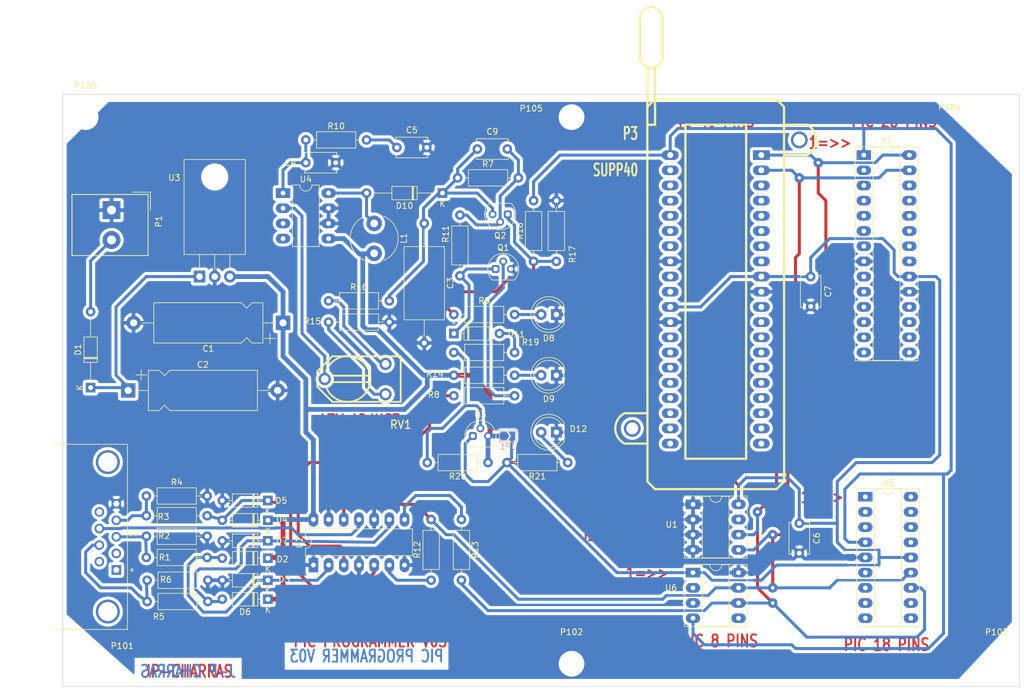
<source format=kicad_pcb>
(kicad_pcb (version 20220427) (generator pcbnew)
  (title_block (title "SERIAL PIC PROGRAMMER"))
  (layers (0 "F.Cu" signal "top_layer") (31 "B.Cu" signal "bottom_layer") (34 "B.Paste" user) (35 "F.Paste" user) (36 "B.SilkS" user "B.Silkscreen") (37 "F.SilkS" user "F.Silkscreen") (38 "B.Mask" user) (39 "F.Mask" user) (44 "Edge.Cuts" user))
  (net 0 "")
  (net 1 "/PC-CLOCK-OUT")
  (net 2 "GND")
  (net 3 "Net-(C2-Pad1)")
  (net 4 "Net-(C4-Pad1)")
  (net 5 "Net-(C5-Pad1)")
  (net 6 "Net-(C9-Pad2)")
  (net 7 "Net-(D11-Pad1)")
  (net 8 "Net-(D11-Pad2)")
  (net 9 "Net-(Q1-Pad2)")
  (net 10 "Net-(Q3-Pad2)")
  (net 11 "Net-(R12-Pad1)")
  (net 12 "Net-(R13-Pad1)")
  (net 13 "Net-(R15-Pad1)")
  (net 14 "Net-(R16-Pad1)")
  (net 15 "Net-(R8-Pad1)")
  (net 16 "Net-(RV1-Pad2)")
  (net 17 "VCC")
  (net 18 "VPP")
  (net 19 "Net-(D1-Pad2)")
  (net 20 "Net-(D4-Pad2)")
  (net 21 "Net-(D8-Pad2)")
  (net 22 "Net-(D9-Pad2)")
  (net 23 "Net-(D12-Pad2)")
  (net 24 "/pic_sockets/VCC_PIC")
  (net 25 "/CLOCK-RB6")
  (net 26 "/DATA-RB7")
  (net 27 "Net-(D2-Pad2)")
  (net 28 "Net-(D6-Pad2)")
  (net 29 "Net-(D10-Pad2)")
  (net 31 "/PC-DATA-IN")
  (net 32 "/PC-DATA-OUT")
  (net 33 "/VPP_ON")
  (net 34 "Net-(Q2-Pad1)")
  (net 38 "/VPP{slash}MCLR")
  (footprint "Capacitor_THT:CP_Axial_L18.0mm_D6.5mm_P25.00mm_Horizontal" (layer "F.Cu") (at 110.49 78.867 180)
    (fp_text reference "C1")
    (fp_text value "100µF")
  )
  (footprint "Capacitor_THT:CP_Axial_L18.0mm_D6.5mm_P25.00mm_Horizontal" (layer "F.Cu") (at 84.582 90.17)
    (fp_text reference "C2")
    (fp_text value "220uF")
  )
  (footprint "MountingHole:MountingHole_4.3mm_M4" (layer "F.Cu") (at 77.47 135.89)
    (fp_text reference "P101")
    (fp_text value "CONN_1")
  )
  (footprint "MountingHole:MountingHole_4.3mm_M4" (layer "F.Cu") (at 158.75 135.89)
    (fp_text reference "P102")
    (fp_text value "CONN_1")
  )
  (footprint "MountingHole:MountingHole_4.3mm_M4" (layer "F.Cu") (at 229.87 135.89)
    (fp_text reference "P103")
    (fp_text value "CONN_1")
  )
  (footprint "MountingHole:MountingHole_4.3mm_M4" (layer "F.Cu") (at 229.87 44.45)
    (fp_text reference "P104")
    (fp_text value "CONN_1")
  )
  (footprint "MountingHole:MountingHole_4.3mm_M4" (layer "F.Cu") (at 158.75 44.45)
    (fp_text reference "P105")
    (fp_text value "CONN_1")
  )
  (footprint "MountingHole:MountingHole_4.3mm_M4" (layer "F.Cu") (at 77.47 44.45)
    (fp_text reference "P106")
    (fp_text value "CONN_1")
  )
  (footprint "footprints:40tex-Ell600" (layer "F.Cu") (at 175.26 50.8)
    (fp_text reference "P3")
    (fp_text value "SUPP40")
  )
  (footprint "Package_DIP:DIP-8_W7.62mm_Socket_LongPads" (layer "F.Cu") (at 179.07 120.65)
    (fp_text reference "U6")
    (fp_text value "PIC_8_PINS")
  )
  (footprint "Package_DIP:DIP-8_W7.62mm_Socket_LongPads" (layer "F.Cu") (at 179.07 109.22)
    (fp_text reference "U1")
    (fp_text value "24Cxx")
  )
  (footprint "Package_DIP:DIP-8_W7.62mm_LongPads" (layer "F.Cu") (at 110.49 57.15)
    (fp_text reference "U4")
    (fp_text value "LT1373")
  )
  (footprint "Package_DIP:DIP-28_W7.62mm_Socket_LongPads" (layer "F.Cu") (at 207.645 50.8)
    (fp_text reference "P2")
    (fp_text value "SUPP28")
  )
  (footprint "Package_DIP:DIP-18_W7.62mm_Socket_LongPads" (layer "F.Cu") (at 207.899 107.95)
    (fp_text reference "U5")
    (fp_text value "PIC_18_PINS")
  )
  (footprint "Package_DIP:DIP-14_W7.62mm_LongPads" (layer "F.Cu") (at 115.57 119.38 90)
    (fp_text reference "U2")
    (fp_text value "74HC125")
  )
  (footprint "Diode_THT:D_DO-35_SOD27_P7.62mm_Horizontal" (layer "F.Cu") (at 107.95 118.237 180)
    (fp_text reference "D2")
    (fp_text value "BAT43")
  )
  (footprint "Diode_THT:D_DO-35_SOD27_P7.62mm_Horizontal" (layer "F.Cu") (at 107.95 121.92 180)
    (fp_text reference "D3")
    (fp_text value "BAT43")
  )
  (footprint "Diode_THT:D_DO-35_SOD27_P7.62mm_Horizontal" (layer "F.Cu") (at 107.95 111.887 180)
    (fp_text reference "D4")
    (fp_text value "BAT43")
  )
  (footprint "Diode_THT:D_DO-35_SOD27_P7.62mm_Horizontal" (layer "F.Cu") (at 107.95 108.585 180)
    (fp_text reference "D5")
    (fp_text value "BAT43")
  )
  (footprint "Diode_THT:D_DO-35_SOD27_P7.62mm_Horizontal" (layer "F.Cu") (at 139.065 80.645)
    (fp_text reference "D11")
    (fp_text value "BAT43")
  )
  (footprint "Diode_THT:D_DO-35_SOD27_P7.62mm_Horizontal" (layer "F.Cu") (at 107.95 115.316 180)
    (fp_text reference "D7")
    (fp_text value "BAT43")
  )
  (footprint "Diode_THT:D_DO-35_SOD27_P7.62mm_Horizontal" (layer "F.Cu") (at 107.95 125.095 180)
    (fp_text reference "D6")
    (fp_text value "BAT43")
  )
  (footprint "Connector_Dsub:DSUB-9_Female_Horizontal_P2.77x2.84mm_EdgePinOffset7.70mm_Housed_MountingHolesOffset9.12mm" (layer "F.Cu") (at 82.6 120.2 -90)
    (fp_text reference "J1")
    (fp_text value "DB9-FEMAL")
  )
  (footprint "Package_TO_SOT_THT:TO-92" (layer "F.Cu") (at 142.24 97.79)
    (fp_text reference "Q3")
    (fp_text value "BC307")
  )
  (footprint "Package_TO_SOT_THT:TO-92" (layer "F.Cu") (at 148.082 60.706 180)
    (fp_text reference "Q2")
    (fp_text value "BC307")
  )
  (footprint "Package_TO_SOT_THT:TO-92" (layer "F.Cu") (at 146.05 69.85)
    (fp_text reference "Q1")
    (fp_text value "BC237")
  )
  (footprint "Resistor_THT:R_Axial_DIN0207_L6.3mm_D2.5mm_P10.16mm_Horizontal" (layer "F.Cu") (at 152.4 68.58 90)
    (fp_text reference "R18")
    (fp_text value "220")
  )
  (footprint "Resistor_THT:R_Axial_DIN0207_L6.3mm_D2.5mm_P10.16mm_Horizontal" (layer "F.Cu") (at 114.3 48.26)
    (fp_text reference "R10")
    (fp_text value "5,1K")
  )
  (footprint "Resistor_THT:R_Axial_DIN0207_L6.3mm_D2.5mm_P10.16mm_Horizontal" (layer "F.Cu") (at 139.065 77.47)
    (fp_text reference "R9")
    (fp_text value "2.2K")
  )
  (footprint "Resistor_THT:R_Axial_DIN0207_L6.3mm_D2.5mm_P10.16mm_Horizontal" (layer "F.Cu") (at 87.63 118.11)
    (fp_text reference "R1")
    (fp_text value "10K")
  )
  (footprint "Resistor_THT:R_Axial_DIN0207_L6.3mm_D2.5mm_P10.16mm_Horizontal" (layer "F.Cu") (at 87.63 114.554)
    (fp_text reference "R2")
    (fp_text value "10K")
  )
  (footprint "Resistor_THT:R_Axial_DIN0207_L6.3mm_D2.5mm_P10.16mm_Horizontal" (layer "F.Cu") (at 87.63 111.125)
    (fp_text reference "R3")
    (fp_text value "10K")
  )
  (footprint "Resistor_THT:R_Axial_DIN0207_L6.3mm_D2.5mm_P10.16mm_Horizontal" (layer "F.Cu") (at 87.63 107.823)
    (fp_text reference "R4")
    (fp_text value "10K")
  )
  (footprint "Resistor_THT:R_Axial_DIN0207_L6.3mm_D2.5mm_P10.16mm_Horizontal" (layer "F.Cu") (at 87.757 125.476)
    (fp_text reference "R5")
    (fp_text value "10K")
  )
  (footprint "Resistor_THT:R_Axial_DIN0207_L6.3mm_D2.5mm_P10.16mm_Horizontal" (layer "F.Cu") (at 139.7 54.61)
    (fp_text reference "R7")
    (fp_text value "10K")
  )
  (footprint "Resistor_THT:R_Axial_DIN0207_L6.3mm_D2.5mm_P10.16mm_Horizontal" (layer "F.Cu") (at 87.757 121.92)
    (fp_text reference "R6")
    (fp_text value "10K")
  )
  (footprint "Resistor_THT:R_Axial_DIN0207_L6.3mm_D2.5mm_P10.16mm_Horizontal" (layer "F.Cu") (at 158.115 102.235 180)
    (fp_text reference "R21")
    (fp_text value "470")
  )
  (footprint "Resistor_THT:R_Axial_DIN0207_L6.3mm_D2.5mm_P10.16mm_Horizontal" (layer "F.Cu") (at 144.78 102.235 180)
    (fp_text reference "R20")
    (fp_text value "2.2K")
  )
  (footprint "Resistor_THT:R_Axial_DIN0207_L6.3mm_D2.5mm_P10.16mm_Horizontal" (layer "F.Cu") (at 149.225 83.82 180)
    (fp_text reference "R19")
    (fp_text value "2.2K")
  )
  (footprint "Resistor_THT:R_Axial_DIN0207_L6.3mm_D2.5mm_P10.16mm_Horizontal" (layer "F.Cu") (at 156.21 68.58 90)
    (fp_text reference "R17")
    (fp_text value "22K")
  )
  (footprint "Resistor_THT:R_Axial_DIN0207_L6.3mm_D2.5mm_P10.16mm_Horizontal" (layer "F.Cu") (at 118.11 75.184)
    (fp_text reference "R16")
    (fp_text value "62K")
  )
  (footprint "Resistor_THT:R_Axial_DIN0207_L6.3mm_D2.5mm_P10.16mm_Horizontal" (layer "F.Cu") (at 118.11 78.74)
    (fp_text reference "R15")
    (fp_text value "6.2K")
  )
  (footprint "Resistor_THT:R_Axial_DIN0207_L6.3mm_D2.5mm_P10.16mm_Horizontal" (layer "F.Cu") (at 139.065 87.63)
    (fp_text reference "R14")
    (fp_text value "470")
  )
  (footprint "Resistor_THT:R_Axial_DIN0207_L6.3mm_D2.5mm_P10.16mm_Horizontal" (layer "F.Cu") (at 140.335 111.76 -90)
    (fp_text reference "R13")
    (fp_text value "470")
  )
  (footprint "Resistor_THT:R_Axial_DIN0207_L6.3mm_D2.5mm_P10.16mm_Horizontal" (layer "F.Cu") (at 139.065 91.059)
    (fp_text reference "R8")
    (fp_text value "1K")
  )
  (footprint "Resistor_THT:R_Axial_DIN0207_L6.3mm_D2.5mm_P10.16mm_Horizontal" (layer "F.Cu") (at 135.255 121.92 90)
    (fp_text reference "R12")
    (fp_text value "470")
  )
  (footprint "LED_THT:LED_D5.0mm" (layer "F.Cu") (at 156.21 77.47 180)
    (fp_text reference "D8")
    (fp_text value "RED-LED")
  )
  (footprint "LED_THT:LED_D5.0mm" (layer "F.Cu") (at 156.21 87.63 180)
    (fp_text reference "D9")
    (fp_text value "GREEN-LED")
  )
  (footprint "LED_THT:LED_D5.0mm" (layer "F.Cu") (at 156.21 97.155 180)
    (fp_text reference "D12")
    (fp_text value "YELLOW-LED")
  )
  (footprint "Capacitor_THT:C_Disc_D5.1mm_W3.2mm_P5.00mm" (layer "F.Cu") (at 114.3 52.07)
    (fp_text reference "C4")
    (fp_text value "0")
  )
  (footprint "Capacitor_THT:C_Disc_D5.1mm_W3.2mm_P5.00mm" (layer "F.Cu") (at 129.54 49.53)
    (fp_text reference "C5")
    (fp_text value "10nF")
  )
  (footprint "Capacitor_THT:C_Disc_D5.1mm_W3.2mm_P5.00mm" (layer "F.Cu") (at 198.755 71.12 -90)
    (fp_text reference "C7")
    (fp_text value "100nF")
  )
  (footprint "Capacitor_THT:C_Disc_D5.1mm_W3.2mm_P5.00mm" (layer "F.Cu") (at 143.002 49.784)
    (fp_text reference "C9")
    (fp_text value "220nF")
  )
  (footprint "Capacitor_THT:C_Disc_D5.1mm_W3.2mm_P5.00mm" (layer "F.Cu") (at 196.85 112.395 -90)
    (fp_text reference "C6")
    (fp_text value "100nF")
  )
  (footprint "Diode_THT:D_DO-35_SOD27_P12.70mm_Horizontal" (layer "F.Cu") (at 137.16 57.15 180)
    (fp_text reference "D10")
    (fp_text value "SCHOTTKY")
  )
  (footprint "footprints:RV2X4" (layer "F.Cu") (at 127.635 90.805 180)
    (fp_text reference "RV1")
    (fp_text value "1K")
  )
  (footprint "TerminalBlock_Altech:Altech_AK300_1x02_P5.00mm_45-Degree" (layer "F.Cu") (at 81.8 60 -90)
    (fp_text reference "P1")
    (fp_text value "CONN_2")
  )
  (footprint "Package_TO_SOT_THT:TO-220-3_Horizontal_TabDown" (layer "F.Cu") (at 96.52 71.12)
    (fp_text reference "U3")
    (fp_text value "7805")
  )
  (footprint "Resistor_THT:R_Axial_DIN0207_L6.3mm_D2.5mm_P10.16mm_Horizontal" (layer "F.Cu") (at 140.081 70.993 90)
    (fp_text reference "R11")
    (fp_text value "22K")
  )
  (footprint "Capacitor_THT:C_Axial_L12.0mm_D6.5mm_P20.00mm_Horizontal" (layer "F.Cu") (at 134.112 62.23 -90)
    (fp_text reference "C3")
    (fp_text value "22uF/25V")
  )
  (footprint "Inductor_THT:L_Radial_D7.8mm_P5.00mm_Fastron_07HCP" (layer "F.Cu") (at 125.73 62.23 -90)
    (fp_text reference "L1")
    (fp_text value "22uH")
  )
  (footprint "Diode_THT:D_DO-35_SOD27_P12.70mm_Horizontal" (layer "F.Cu") (at 78.3 89.7 90)
    (fp_text reference "D1")
    (fp_text value "1N4004")
  )
  (footprint "Jumper:SolderJumper-2_P1.3mm_Open_TrianglePad1.0x1.5mm" (layer "B.Cu") (at 148.082 97.79)
    (fp_text reference "JP1")
    (fp_text value "JUMPER")
  )
  (gr_line (start 73.66 139.7) (end 73.66 40.64) (stroke (width 0.1)) (layer "Edge.Cuts"))
  (gr_line (start 173.99 40.64) (end 233.68 40.64) (stroke (width 0.1)) (layer "Edge.Cuts"))
  (gr_line (start 73.66 40.64) (end 173.99 40.64) (stroke (width 0.1)) (layer "Edge.Cuts"))
  (gr_line (start 233.68 139.7) (end 73.66 139.7) (stroke (width 0.1)) (layer "Edge.Cuts"))
  (gr_line (start 233.68 40.64) (end 233.68 139.7) (stroke (width 0.1)) (layer "Edge.Cuts"))
  (gr_text "+8/12V" (at 81.5 55.5) (layer "F.Cu") (effects (font (size 2.032 1.524) (thickness 0.3048))))
  (gr_text "VCC ON" (at 162.9 99.1) (layer "F.Cu") (effects (font (size 2.032 1.524) (thickness 0.3048))))
  (gr_text "JP-CHARRAS" (at 94.615 137.16) (layer "F.Cu") (effects (font (size 2.032 1.524) (thickness 0.3048))))
  (gr_text "1=>>" (at 167.64 48.895) (layer "F.Cu") (effects (font (size 2.032 1.524) (thickness 0.3048))))
  (gr_text "PWR ON" (at 163.83 88.9) (layer "F.Cu") (effects (font (size 2.032 1.524) (thickness 0.3048))))
  (gr_text "PIC PROGRAMMER V03" (at 125.095 132.08) (layer "F.Cu") (effects (font (size 2.032 1.524) (thickness 0.3048))))
  (gr_text "1=>>" (at 200.66 107.95) (layer "F.Cu") (effects (font (size 2.032 1.524) (thickness 0.3048))))
  (gr_text "PIC 18 PINS" (at 211.455 132.715) (layer "F.Cu") (effects (font (size 2.032 1.524) (thickness 0.3048))))
  (gr_text "I2C PROM" (at 166.37 114.3) (layer "F.Cu") (effects (font (size 2.032 1.524) (thickness 0.3048))))
  (gr_text "VPP ON" (at 163.195 80.645) (layer "F.Cu") (effects (font (size 2.032 1.524) (thickness 0.3048))))
  (gr_text "1=>>" (at 171.45 109.22) (layer "F.Cu") (effects (font (size 2.032 1.524) (thickness 0.3048))))
  (gr_text "13V ADJUST" (at 123.19 95.25) (layer "F.Cu") (effects (font (size 2.032 1.524) (thickness 0.3048))))
  (gr_text "PIC 8 PINS" (at 183.515 132.08) (layer "F.Cu") (effects (font (size 2.032 1.524) (thickness 0.3048))))
  (gr_text "PIC 28 PINS" (at 212.725 45.085) (layer "F.Cu") (effects (font (size 2.032 1.524) (thickness 0.3048))))
  (gr_text "1=>>" (at 171.45 120.65) (layer "F.Cu") (effects (font (size 2.032 1.524) (thickness 0.3048))))
  (gr_text "PIC 40 PINS" (at 182.245 45.085) (layer "F.Cu") (effects (font (size 2.032 1.524) (thickness 0.3048))))
  (gr_text "1=>>" (at 202 48.7) (layer "F.Cu") (effects (font (size 2.032 1.524) (thickness 0.3048))))
  (gr_text "J-P CHARRAS" (at 94.615 137.16) (layer "B.Cu") (effects (font (size 2.032 1.524) (thickness 0.3048)) (justify mirror)))
  (gr_text "PIC PROGRAMMER V03" (at 124.46 134.62) (layer "B.Cu") (effects (font (size 2.032 1.524) (thickness 0.3048)) (justify mirror)))
  (segment (start 85.09 123.19) (end 86.36 124.46) (width 0.5) (layer "B.Cu") (net 1))
  (segment (start 77.47 117.475) (end 77.47 120.65) (width 0.5) (layer "B.Cu") (net 1))
  (segment (start 78.62863 116.045) (end 77.47 117.20363) (width 0.5) (layer "B.Cu") (net 1))
  (segment (start 86.36 124.46) (end 87.757 125.476) (width 0.5) (layer "B.Cu") (net 1))
  (segment (start 80.01 123.19) (end 85.09 123.19) (width 0.5) (layer "B.Cu") (net 1))
  (segment (start 87.757 125.476) (end 87.63 121.92) (width 0.5) (layer "B.Cu") (net 1))
  (segment (start 79.76 116.045) (end 78.62863 116.045) (width 0.5) (layer "B.Cu") (net 1))
  (segment (start 77.47 120.65) (end 80.01 123.19) (width 0.5) (layer "B.Cu") (net 1))
  (segment (start 77.47 117.20363) (end 77.47 117.475) (width 0.5) (layer "B.Cu") (net 1))
  (segment (start 82.55 76.2) (end 87.63 71.12) (width 0.5) (layer "B.Cu") (net 3))
  (segment (start 84.112 89.7) (end 84.582 90.17) (width 0.5) (layer "B.Cu") (net 3))
  (segment (start 84.455 89.535) (end 82.55 87.63) (width 0.5) (layer "B.Cu") (net 3))
  (segment (start 78.3 89.7) (end 84.112 89.7) (width 0.5) (layer "B.Cu") (net 3))
  (segment (start 87.63 71.12) (end 96.52 71.12) (width 0.5) (layer "B.Cu") (net 3))
  (segment (start 82.55 87.63) (end 82.55 76.2) (width 0.5) (layer "B.Cu") (net 3))
  (segment (start 84.455 90.17) (end 84.455 89.535) (width 0.5) (layer "B.Cu") (net 3))
  (segment (start 114.3 48.26) (end 114.3 52.07) (width 0.5) (layer "B.Cu") (net 4))
  (segment (start 110.49 57.15) (end 110.49 53.34) (width 0.5) (layer "B.Cu") (net 4))
  (segment (start 110.49 53.34) (end 111.76 52.07) (width 0.5) (layer "B.Cu") (net 4))
  (segment (start 111.76 52.07) (end 114.3 52.07) (width 0.5) (layer "B.Cu") (net 4))
  (segment (start 124.46 48.26) (end 128.27 48.26) (width 0.5) (layer "B.Cu") (net 5))
  (segment (start 128.27 48.26) (end 129.54 49.53) (width 0.5) (layer "B.Cu") (net 5))
  (segment (start 149.86 51.642) (end 149.86 54.61) (width 0.5) (layer "B.Cu") (net 6))
  (segment (start 141.21237 60.833) (end 142.855369 62.475999) (width 0.5) (layer "B.Cu") (net 6))
  (segment (start 146.312001 62.475999) (end 146.812 61.976) (width 0.5) (layer "B.Cu") (net 6))
  (segment (start 146.812 57.658) (end 149.86 54.61) (width 0.5) (layer "B.Cu") (net 6))
  (segment (start 148.002 49.784) (end 149.86 51.642) (width 0.5) (layer "B.Cu") (net 6))
  (segment (start 146.812 61.976) (end 146.812 57.658) (width 0.5) (layer "B.Cu") (net 6))
  (segment (start 140.081 60.833) (end 141.21237 60.833) (width 0.5) (layer "B.Cu") (net 6))
  (segment (start 142.855369 62.475999) (end 146.312001 62.475999) (width 0.5) (layer "B.Cu") (net 6))
  (segment (start 141.605 72.517) (end 140.081 70.993) (width 0.5) (layer "B.Cu") (net 7))
  (segment (start 141.605 78.105) (end 141.605 72.517) (width 0.5) (layer "B.Cu") (net 7))
  (segment (start 141.224 69.85) (end 146.05 69.85) (width 0.5) (layer "B.Cu") (net 7))
  (segment (start 140.081 70.993) (end 141.224 69.85) (width 0.5) (layer "B.Cu") (net 7))
  (segment (start 139.065 80.645) (end 141.605 78.105) (width 0.5) (layer "B.Cu") (net 7))
  (segment (start 146.685 80.645) (end 148.59 80.645) (width 0.5) (layer "B.Cu") (net 8))
  (segment (start 148.59 80.645) (end 149.225 81.28) (width 0.5) (layer "B.Cu") (net 8))
  (segment (start 149.225 81.28) (end 149.225 83.82) (width 0.5) (layer "B.Cu") (net 8))
  (segment (start 145.923 91.059) (end 144.78 89.916) (width 0.5) (layer "B.Cu") (net 9))
  (segment (start 147.32 71.12) (end 147.32 68.58) (width 0.5) (layer "B.Cu") (net 9))
  (segment (start 147.32 73.025) (end 147.32 71.12) (width 0.5) (layer "B.Cu") (net 9))
  (segment (start 144.78 89.916) (end 144.78 75.565) (width 0.5) (layer "B.Cu") (net 9))
  (segment (start 144.78 75.565) (end 147.32 73.025) (width 0.5) (layer "B.Cu") (net 9))
  (segment (start 149.225 91.059) (end 145.923 91.059) (width 0.5) (layer "B.Cu") (net 9))
  (segment (start 135.255 96.52) (end 137.16 96.52) (width 0.5) (layer "B.Cu") (net 10))
  (segment (start 135.255 96.52) (end 134.62 97.155) (width 0.5) (layer "B.Cu") (net 10))
  (segment (start 143.51 93.345) (end 143.51 96.52) (width 0.5) (layer "B.Cu") (net 10))
  (segment (start 142.875 92.71) (end 143.51 93.345) (width 0.5) (layer "B.Cu") (net 10))
  (segment (start 134.62 97.155) (end 134.62 102.235) (width 0.5) (layer "B.Cu") (net 10))
  (segment (start 140.97 85.09) (end 139.7 83.82) (width 0.5) (layer "B.Cu") (net 10))
  (segment (start 140.97 85.09) (end 140.97 92.71) (width 0.5) (layer "B.Cu") (net 10))
  (segment (start 137.16 96.52) (end 140.97 92.71) (width 0.5) (layer "B.Cu") (net 10))
  (segment (start 139.7 83.82) (end 139.065 83.82) (width 0.5) (layer "B.Cu") (net 10))
  (segment (start 140.97 92.71) (end 142.875 92.71) (width 0.5) (layer "B.Cu") (net 10))
  (segment (start 128.27 119.38) (end 128.27 120.65) (width 0.5) (layer "B.Cu") (net 11))
  (segment (start 128.27 120.65) (end 129.54 121.92) (width 0.5) (layer "B.Cu") (net 11))
  (segment (start 129.54 121.92) (end 135.255 121.92) (width 0.5) (layer "B.Cu") (net 11))
  (segment (start 130.81 109.6264) (end 132.6896 107.7468) (width 0.5) (layer "B.Cu") (net 12))
  (segment (start 132.6896 107.7468) (end 138.4046 107.7468) (width 0.5) (layer "B.Cu") (net 12))
  (segment (start 138.4046 107.7468) (end 140.335 109.6772) (width 0.5) (layer "B.Cu") (net 12))
  (segment (start 140.335 109.6772) (end 140.335 111.76) (width 0.5) (layer "B.Cu") (net 12))
  (segment (start 130.81 111.76) (end 130.81 109.6264) (width 0.5) (layer "B.Cu") (net 12))
  (segment (start 118.11 80.01) (end 124.46 86.36) (width 0.5) (layer "B.Cu") (net 13))
  (segment (start 124.46 86.36) (end 124.46 89.535) (width 0.5) (layer "B.Cu") (net 13))
  (segment (start 125.73 90.805) (end 127.635 90.805) (width 0.5) (layer "B.Cu") (net 13))
  (segment (start 118.11 78.74) (end 118.11 80.01) (width 0.5) (layer "B.Cu") (net 13))
  (segment (start 124.46 89.535) (end 125.73 90.805) (width 0.5) (layer "B.Cu") (net 13))
  (segment (start 119.634 75.184) (end 120.65 76.2) (width 0.5) (layer "B.Cu") (net 14))
  (segment (start 120.65 79.375) (end 127 85.725) (width 0.5) (layer "B.Cu") (net 14))
  (segment (start 127 85.725) (end 127.635 85.725) (width 0.5) (layer "B.Cu") (net 14))
  (segment (start 118.11 75.184) (end 119.634 75.184) (width 0.5) (layer "B.Cu") (net 14))
  (segment (start 120.65 76.2) (end 120.65 79.375) (width 0.5) (layer "B.Cu") (net 14))
  (segment (start 135.001 96.266) (end 135.001 92.456) (width 0.5) (layer "F.Cu") (net 15))
  (segment (start 120.015 116.205) (end 114.935 116.205) (width 0.5) (layer "F.Cu") (net 15))
  (segment (start 114.935 102.235) (end 129.032 102.235) (width 0.5) (layer "F.Cu") (net 15))
  (segment (start 129.032 102.235) (end 135.001 96.266) (width 0.5) (layer "F.Cu") (net 15))
  (segment (start 136.398 91.059) (end 139.065 91.059) (width 0.5) (layer "F.Cu") (net 15))
  (segment (start 135.001 92.456) (end 136.398 91.059) (width 0.5) (layer "F.Cu") (net 15))
  (segment (start 113.03 104.14) (end 114.935 102.235) (width 0.5) (layer "F.Cu") (net 15))
  (segment (start 113.03 114.3) (end 113.03 104.14) (width 0.5) (layer "F.Cu") (net 15))
  (segment (start 120.65 116.84) (end 120.015 116.205) (width 0.5) (layer "F.Cu") (net 15))
  (segment (start 114.935 116.205) (end 113.03 114.3) (width 0.5) (layer "F.Cu") (net 15))
  (segment (start 120.65 119.38) (end 120.65 116.84) (width 0.5) (layer "F.Cu") (net 15))
  (segment (start 112.395 59.69) (end 113.665 60.96) (width 0.5) (layer "B.Cu") (net 16))
  (segment (start 110.49 59.69) (end 112.395 59.69) (width 0.5) (layer "B.Cu") (net 16))
  (segment (start 113.665 60.96) (end 113.665 80.645) (width 0.5) (layer "B.Cu") (net 16))
  (segment (start 117.475 84.455) (end 117.475 88.265) (width 0.5) (layer "B.Cu") (net 16))
  (segment (start 113.665 80.645) (end 117.475 84.455) (width 0.5) (layer "B.Cu") (net 16))
  (segment (start 110.49 124.155) (end 110.49 119.38) (width 0.8) (layer "F.Cu") (net 17))
  (segment (start 145.1 97.47) (end 144.78 97.79) (width 0.8) (layer "F.Cu") (net 17))
  (segment (start 141.986 87.63) (end 145.1 90.744) (width 0.8) (layer "F.Cu") (net 17))
  (segment (start 109.55 125.095) (end 110.49 124.155) (width 0.8) (layer "F.Cu") (net 17))
  (segment (start 145.1 90.744) (end 145.1 97.47) (width 0.8) (layer "F.Cu") (net 17))
  (segment (start 110.49 119.38) (end 109.22 118.11) (width 0.8) (layer "F.Cu") (net 17))
  (segment (start 107.95 125.095) (end 109.55 125.095) (width 0.8) (layer "F.Cu") (net 17))
  (segment (start 109.22 118.11) (end 107.95 118.11) (width 0.8) (layer "F.Cu") (net 17))
  (segment (start 109.855 111.76) (end 110.49 112.395) (width 0.8) (layer "F.Cu") (net 17))
  (segment (start 110.49 112.395) (end 110.49 116.84) (width 0.8) (layer "F.Cu") (net 17))
  (segment (start 107.95 111.76) (end 109.855 111.76) (width 0.8) (layer "F.Cu") (net 17))
  (segment (start 139.065 87.63) (end 141.986 87.63) (width 0.8) (layer "F.Cu") (net 17))
  (segment (start 110.49 116.84) (end 109.22 118.11) (width 0.8) (layer "F.Cu") (net 17))
  (segment (start 144.78 97.79) (end 144.78 97.917) (width 0.8) (layer "B.Cu") (net 17))
  (segment (start 124.46 80.01) (end 123.825 79.375) (width 0.8) (layer "B.Cu") (net 17))
  (segment (start 134.62 87.63) (end 133.985 87.63) (width 0.8) (layer "B.Cu") (net 17))
  (segment (start 107.95 111.76) (end 115.57 111.76) (width 0.8) (layer "B.Cu") (net 17))
  (segment (start 114.3 88.265) (end 114.3 93.345) (width 0.8) (layer "B.Cu") (net 17))
  (segment (start 110.49 78.74) (end 110.49 73.66) (width 0.8) (layer "B.Cu") (net 17))
  (segment (start 110.49 73.66) (end 107.95 71.12) (width 0.8) (layer "B.Cu") (net 17))
  (segment (start 123.825 67.31) (end 123.19 67.31) (width 0.8) (layer "B.Cu") (net 17))
  (segment (start 130.81 93.345) (end 134.62 89.535) (width 0.8) (layer "B.Cu") (net 17))
  (segment (start 147.447 97.79) (end 144.78 97.79) (width 0.8) (layer "B.Cu") (net 17))
  (segment (start 114.3 93.345) (end 114.3 97.155) (width 0.8) (layer "B.Cu") (net 17))
  (segment (start 115.57 111.76) (end 115.57 104.775) (width 0.8) (layer "B.Cu") (net 17))
  (segment (start 123.825 79.375) (end 123.825 67.31) (width 0.8) (layer "B.Cu") (net 17))
  (segment (start 110.49 84.455) (end 114.3 88.265) (width 0.8) (layer "B.Cu") (net 17))
  (segment (start 125.73 67.31) (end 123.825 67.31) (width 0.8) (layer "B.Cu") (net 17))
  (segment (start 133.985 87.63) (end 126.365 80.01) (width 0.8) (layer "B.Cu") (net 17))
  (segment (start 118.11 64.77) (end 120.65 64.77) (width 0.8) (layer "B.Cu") (net 17))
  (segment (start 115.57 98.425) (end 115.57 104.775) (width 0.8) (layer "B.Cu") (net 17))
  (segment (start 126.365 80.01) (end 124.46 80.01) (width 0.8) (layer "B.Cu") (net 17))
  (segment (start 114.3 97.155) (end 115.57 98.425) (width 0.8) (layer "B.Cu") (net 17))
  (segment (start 114.3 93.345) (end 130.81 93.345) (width 0.8) (layer "B.Cu") (net 17))
  (segment (start 139.065 87.63) (end 134.62 87.63) (width 0.8) (layer "B.Cu") (net 17))
  (segment (start 110.49 78.74) (end 110.49 84.455) (width 0.8) (layer "B.Cu") (net 17))
  (segment (start 123.19 67.31) (end 120.65 64.77) (width 0.8) (layer "B.Cu") (net 17))
  (segment (start 134.62 89.535) (end 134.62 87.63) (width 0.8) (layer "B.Cu") (net 17))
  (segment (start 101.6 71.12) (end 107.95 71.12) (width 0.8) (layer "B.Cu") (net 17))
  (segment (start 144.78 102.235) (end 144.78 97.917) (width 0.8) (layer "B.Cu") (net 17))
  (segment (start 139.7 54.61) (end 139.7 53.086) (width 0.5) (layer "B.Cu") (net 18))
  (segment (start 145.542 59.706) (end 142.986 57.15) (width 0.5) (layer "B.Cu") (net 18))
  (segment (start 137.16 57.15) (end 142.748 57.15) (width 0.5) (layer "B.Cu") (net 18))
  (segment (start 136.525 57.15) (end 137.16 57.15) (width 0.5) (layer "B.Cu") (net 18))
  (segment (start 133.985 68.58) (end 128.27 74.295) (width 0.5) (layer "B.Cu") (net 18))
  (segment (start 142.986 57.15) (end 142.748 57.15) (width 0.5) (layer "B.Cu") (net 18))
  (segment (start 139.7 53.086) (end 143.002 49.784) (width 0.5) (layer "B.Cu") (net 18))
  (segment (start 136.525 57.15) (end 133.985 59.69) (width 0.5) (layer "B.Cu") (net 18))
  (segment (start 133.985 62.23) (end 133.985 68.58) (width 0.5) (layer "B.Cu") (net 18))
  (segment (start 137.16 57.15) (end 139.7 54.61) (width 0.5) (layer "B.Cu") (net 18))
  (segment (start 145.542 60.706) (end 145.542 59.706) (width 0.5) (layer "B.Cu") (net 18))
  (segment (start 133.985 62.23) (end 133.985 59.69) (width 0.5) (layer "B.Cu") (net 18))
  (segment (start 128.27 74.295) (end 128.27 75.184) (width 0.5) (layer "B.Cu") (net 18))
  (segment (start 78.3 68.5) (end 78.3 77) (width 0.5) (layer "B.Cu") (net 19))
  (segment (start 81.8 65) (end 78.3 68.5) (width 0.5) (layer "B.Cu") (net 19))
  (segment (start 111.76 119.38) (end 115.57 123.19) (width 0.5) (layer "F.Cu") (net 20))
  (segment (start 125.73 120.65) (end 125.73 119.38) (width 0.5) (layer "F.Cu") (net 20))
  (segment (start 111.76 109.855) (end 111.76 119.38) (width 0.5) (layer "F.Cu") (net 20))
  (segment (start 115.57 123.19) (end 123.19 123.19) (width 0.5) (layer "F.Cu") (net 20))
  (segment (start 107.95 108.712) (end 111.125 109.22) (width 0.5) (layer "F.Cu") (net 20))
  (segment (start 111.125 109.22) (end 111.76 109.855) (width 0.5) (layer "F.Cu") (net 20))
  (segment (start 123.19 123.19) (end 125.73 120.65) (width 0.5) (layer "F.Cu") (net 20))
  (segment (start 107.95 108.585) (end 103.632 108.585) (width 0.5) (layer "B.Cu") (net 20))
  (segment (start 100.33 111.76) (end 97.79 111.125) (width 0.5) (layer "B.Cu") (net 20))
  (segment (start 103.632 108.585) (end 100.33 111.887) (width 0.5) (layer "B.Cu") (net 20))
  (segment (start 153.67 77.47) (end 149.225 77.47) (width 0.5) (layer "B.Cu") (net 21))
  (segment (start 153.67 87.63) (end 149.225 87.63) (width 0.5) (layer "B.Cu") (net 22))
  (segment (start 153.67 97.155) (end 153.67 97.79) (width 0.5) (layer "B.Cu") (net 23))
  (segment (start 153.67 97.79) (end 158.115 102.235) (width 0.5) (layer "B.Cu") (net 23))
  (segment (start 154.305 104.775) (end 151.765 102.235) (width 0.5) (layer "F.Cu") (net 24))
  (segment (start 151.765 102.235) (end 147.955 102.235) (width 0.5) (layer "F.Cu") (net 24))
  (segment (start 185.42 104.775) (end 186.69 106.045) (width 0.5) (layer "F.Cu") (net 24))
  (segment (start 186.69 109.22) (end 186.69 106.045) (width 0.5) (layer "F.Cu") (net 24))
  (segment (start 170.18 104.775) (end 154.305 104.775) (width 0.5) (layer "F.Cu") (net 24))
  (segment (start 170.18 104.775) (end 185.42 104.775) (width 0.5) (layer "F.Cu") (net 24))
  (segment (start 184.7 121.92) (end 189.23 121.92) (width 0.35) (layer "B.Cu") (net 24))
  (segment (start 204.47 116.84) (end 210.185 116.84) (width 0.35) (layer "B.Cu") (net 24))
  (segment (start 148.717 101.473) (end 147.955 102.235) (width 0.5) (layer "B.Cu") (net 24))
  (segment (start 148.717 99.314) (end 148.717 101.473) (width 0.5) (layer "B.Cu") (net 24))
  (segment (start 206.375 102.235) (end 219.075 102.235) (width 0.5) (layer "B.Cu") (net 24))
  (segment (start 212.725 70.485) (end 213.36 71.12) (width 0.5) (layer "B.Cu") (net 24))
  (segment (start 148.807 99.224) (end 148.717 99.314) (width 0.5) (layer "B.Cu") (net 24))
  (segment (start 212.725 66.675) (end 212.725 70.485) (width 0.5) (layer "B.Cu") (net 24))
  (segment (start 204.724 119.38) (end 193.04 119.38) (width 0.5) (layer "B.Cu") (net 24))
  (segment (start 210.185 118.11) (end 210.185 116.84) (width 0.5) (layer "B.Cu") (net 24))
  (segment (start 220.345 71.755) (end 219.71 71.12) (width 0.5) (layer "B.Cu") (net 24))
  (segment (start 220.345 100.965) (end 220.345 71.755) (width 0.5) (layer "B.Cu") (net 24))
  (segment (start 204.73401 119.39001) (end 204.724 119.38) (width 0.5) (layer "B.Cu") (net 24))
  (segment (start 148.807 97.79) (end 148.807 99.224) (width 0.5) (layer "B.Cu") (net 24))
  (segment (start 179.07 120.65) (end 166.37 120.65) (width 0.5) (layer "B.Cu") (net 24))
  (segment (start 190.5 71.12) (end 198.755 71.12) (width 0.5) (layer "B.Cu") (net 24))
  (segment (start 186.69 106.045) (end 187.96 104.775) (width 0.5) (layer "B.Cu") (net 24))
  (segment (start 196.85 112.395) (end 196.85 106.68) (width 0.5) (layer "B.Cu") (net 24))
  (segment (start 166.37 120.65) (end 147.955 102.235) (width 0.5) (layer "B.Cu") (net 24))
  (segment (start 142.24 105.41) (end 144.78 105.41) (width 0.5) (layer "B.Cu") (net 24))
  (segment (start 193.04 119.38) (end 190.5 121.92) (width 0.5) (layer "B.Cu") (net 24))
  (segment (start 198.755 67.945) (end 201.93 64.77) (width 0.5) (layer "B.Cu") (net 24))
  (segment (start 182.245 121.92) (end 184.7 121.92) (width 0.5) (layer "B.Cu") (net 24))
  (segment (start 213.36 71.12) (end 215.265 71.12) (width 0.5) (layer "B.Cu") (net 24))
  (segment (start 196.85 106.68) (end 194.945 104.775) (width 0.5) (layer "B.Cu") (net 24))
  (segment (start 208.839207 119.38) (end 208.829197 119.39001) (width 0.4) (layer "B.Cu") (net 24))
  (segment (start 140.97 99.06) (end 142.24 97.79) (width 0.5) (layer "B.Cu") (net 24))
  (segment (start 140.97 99.06) (end 140.97 104.14) (width 0.5) (layer "B.Cu") (net 24))
  (segment (start 203.2 105.41) (end 206.375 102.235) (width 0.5) (layer "B.Cu") (net 24))
  (segment (start 203.2 105.41) (end 203.2 112.395) (width 0.5) (layer "B.Cu") (net 24))
  (segment (start 210.185 64.77) (end 210.82 64.77) (width 0.5) (layer "B.Cu") (net 24))
  (segment (start 180.34 76.2) (end 185.42 71.12) (width 0.5) (layer "B.Cu") (net 24))
  (segment (start 219.075 102.235) (end 220.345 100.965) (width 0.5) (layer "B.Cu") (net 24))
  (segment (start 208.829197 119.39001) (end 204.73401 119.39001) (width 0.4) (layer "B.Cu") (net 24))
  (segment (start 203.2 112.395) (end 203.2 115.57) (width 0.5) (layer "B.Cu") (net 24))
  (segment (start 187.96 104.775) (end 194.945 104.775) (width 0.5) (layer "B.Cu") (net 24))
  (segment (start 210.185 119.38) (end 210.185 118.11) (width 0.5) (layer "B.Cu") (net 24))
  (segment (start 140.97 104.14) (end 142.24 105.41) (width 0.5) (layer "B.Cu") (net 24))
  (segment (start 198.755 71.12) (end 198.755 67.945) (width 0.5) (layer "B.Cu") (net 24))
  (segment (start 175.26 76.2) (end 180.34 76.2) (width 0.5) (layer "B.Cu") (net 24))
  (segment (start 210.82 64.77) (end 212.725 66.675) (width 0.5) (layer "B.Cu") (net 24))
  (segment (start 210.185 118.11) (end 215.265 118.11) (width 0.5) (layer "B.Cu") (net 24))
  (segment (start 205.74 64.77) (end 210.185 64.77) (width 0.4) (layer "B.Cu") (net 24))
  (segment (start 190.5 121.92) (end 189.23 121.92) (width 0.5) (layer "B.Cu") (net 24))
  (segment (start 186.69 109.22) (end 186.69 106.045) (width 0.5) (layer "B.Cu") (net 24))
  (segment (start 196.85 112.395) (end 203.2 112.395) (width 0.5) (layer "B.Cu") (net 24))
  (segment (start 210.185 119.38) (end 208.839207 119.38) (width 0.4) (layer "B.Cu") (net 24))
  (segment (start 201.93 64.77) (end 205.74 64.77) (width 0.5) (layer "B.Cu") (net 24))
  (segment (start 144.78 105.41) (end 147.955 102.235) (width 0.5) (layer "B.Cu") (net 24))
  (segment (start 203.2 115.57) (end 204.47 116.84) (width 0.5) (layer "B.Cu") (net 24))
  (segment (start 185.42 71.12) (end 190.5 71.12) (width 0.5) (layer "B.Cu") (net 24))
  (segment (start 179.07 120.65) (end 180.975 120.65) (width 0.5) (layer "B.Cu") (net 24))
  (segment (start 180.975 120.65) (end 182.245 121.92) (width 0.5) (layer "B.Cu") (net 24))
  (segment (start 219.71 71.12) (end 215.265 71.12) (width 0.5) (layer "B.Cu") (net 24))
  (segment (start 189.865 123.19) (end 192.405 125.73) (width 0.5) (layer "F.Cu") (net 25))
  (segment (start 193.04 75.565) (end 196.215 72.39) (width 0.5) (layer "F.Cu") (net 25))
  (segment (start 196.85 67.31) (end 196.85 54.61) (width 0.5) (layer "F.Cu") (net 25))
  (segment (start 196.215 72.39) (end 196.215 67.945) (width 0.5) (layer "F.Cu") (net 25))
  (segment (start 193.04 107.315) (end 189.865 110.49) (width 0.5) (layer "F.Cu") (net 25))
  (segment (start 189.865 110.49) (end 189.865 123.19) (width 0.5) (layer "F.Cu") (net 25))
  (segment (start 196.215 67.945) (end 196.85 67.31) (width 0.5) (layer "F.Cu") (net 25))
  (segment (start 193.04 107.315) (end 193.04 75.565) (width 0.5) (layer "F.Cu") (net 25))
  (via (at 189.865 110.49) (size 1.6) (drill 0.6) (layers "F.Cu" "B.Cu") (net 25))
  (via (at 192.405 125.73) (size 1.6) (drill 0.6) (layers "F.Cu" "B.Cu") (net 25))
  (via (at 196.85 54.61) (size 1.6) (drill 0.6) (layers "F.Cu" "B.Cu") (net 25))
  (segment (start 182.245 125.73) (end 186.69 125.73) (width 0.5) (layer "B.Cu") (net 25))
  (segment (start 195.58 53.34) (end 196.85 54.61) (width 0.5) (layer "B.Cu") (net 25))
  (segment (start 190.5 53.34) (end 195.58 53.34) (width 0.5) (layer "B.Cu") (net 25))
  (segment (start 216.535 131.445) (end 217.805 130.175) (width 0.5) (layer "B.Cu") (net 25))
  (segment (start 211.455 53.34) (end 215.265 53.34) (width 0.5) (layer "B.Cu") (net 25))
  (segment (start 189.23 114.3) (end 186.69 114.3) (width 0.5) (layer "B.Cu") (net 25))
  (segment (start 182.245 125.73) (end 180.975 127) (width 0.5) (layer "B.Cu") (net 25))
  (segment (start 205.74 54.61) (end 208.915 54.61) (width 0.4318) (layer "B.Cu") (net 25))
  (segment (start 211.455 53.34) (end 210.185 54.61) (width 0.5) (layer "B.Cu") (net 25))
  (segment (start 140.335 122.555) (end 144.78 127) (width 0.5) (layer "B.Cu") (net 25))
  (segment (start 210.185 54.61) (end 208.915 54.61) (width 0.5) (layer "B.Cu") (net 25))
  (segment (start 217.805 123.825) (end 217.17 123.19) (width 0.5) (layer "B.Cu") (net 25))
  (segment (start 196.85 54.61) (end 205.74 54.61) (width 0.5) (layer "B.Cu") (net 25))
  (segment (start 140.335 121.92) (end 140.335 122.555) (width 0.5) (layer "B.Cu") (net 25))
  (segment (start 217.17 123.19) (end 215.265 123.19) (width 0.5) (layer "B.Cu") (net 25))
  (segment (start 144.78 127) (end 177.165 127) (width 0.5) (layer "B.Cu") (net 25))
  (segment (start 189.865 110.49) (end 189.865 113.665) (width 0.5) (layer "B.Cu") (net 25))
  (segment (start 217.805 130.175) (end 217.805 123.825) (width 0.5) (layer "B.Cu") (net 25))
  (segment (start 192.405 125.73) (end 198.12 131.445) (width 0.5) (layer "B.Cu") (net 25))
  (segment (start 198.12 131.445) (end 216.535 131.445) (width 0.5) (layer "B.Cu") (net 25))
  (segment (start 186.69 125.73) (end 192.405 125.73) (width 0.5) (layer "B.Cu") (net 25))
  (segment (start 189.865 113.665) (end 189.23 114.3) (width 0.5) (layer "B.Cu") (net 25))
  (segment (start 177.165 127) (end 180.975 127) (width 0.4318) (layer "B.Cu") (net 25))
  (segment (start 201.295 85.09) (end 194.945 91.44) (width 0.5) (layer "F.Cu") (net 26))
  (segment (start 194.945 91.44) (end 194.945 113.665) (width 0.5) (layer "F.Cu") (net 26))
  (segment (start 200.025 57.15) (end 200.025 52.07) (width 0.5) (layer "F.Cu") (net 26))
  (segment (start 201.295 58.42) (end 201.295 85.09) (width 0.5) (layer "F.Cu") (net 26))
  (segment (start 120.65 109.855) (end 121.285 109.22) (width 0.5) (layer "F.Cu") (net 26))
  (segment (start 192.405 114.3) (end 192.405 123.19) (width 0.5) (layer "F.Cu") (net 26))
  (segment (start 120.65 111.76) (end 120.65 109.855) (width 0.5) (layer "F.Cu") (net 26))
  (segment (start 194.945 113.665) (end 194.31 114.3) (width 0.5) (layer "F.Cu") (net 26))
  (segment (start 132.715 109.22) (end 135.255 111.76) (width 0.5) (layer "F.Cu") (net 26))
  (segment (start 194.31 114.3) (end 192.405 114.3) (width 0.5) (layer "F.Cu") (net 26))
  (segment (start 200.025 57.15) (end 201.295 58.42) (width 0.5) (layer "F.Cu") (net 26))
  (segment (start 121.285 109.22) (end 132.715 109.22) (width 0.5) (layer "F.Cu") (net 26))
  (via (at 200.025 52.07) (size 1.6) (drill 0.6) (layers "F.Cu" "B.Cu") (net 26))
  (via (at 192.405 123.19) (size 1.6) (drill 0.6) (layers "F.Cu" "B.Cu") (net 26))
  (via (at 192.405 114.3) (size 1.6) (drill 0.6) (layers "F.Cu" "B.Cu") (net 26))
  (segment (start 215.265 50.8) (end 210.82 50.8) (width 0.5) (layer "B.Cu") (net 26))
  (segment (start 209.55 52.07) (end 210.82 50.8) (width 0.5) (layer "B.Cu") (net 26))
  (segment (start 203.2 121.92) (end 213.995 121.92) (width 0.4) (layer "B.Cu") (net 26))
  (segment (start 201.93 123.19) (end 203.2 121.92) (width 0.5) (layer "B.Cu") (net 26))
  (segment (start 173.99 125.095) (end 174.625 124.46) (width 0.5) (layer "B.Cu") (net 26))
  (segment (start 181.61 124.46) (end 182.88 123.19) (width 0.5) (layer "B.Cu") (net 26))
  (segment (start 135.255 111.76) (end 137.795 114.3) (width 0.5) (layer "B.Cu") (net 26))
  (segment (start 205.74 52.07) (end 209.55 52.07) (width 0.4318) (layer "B.Cu") (net 26))
  (segment (start 200.025 52.07) (end 205.74 52.07) (width 0.5) (layer "B.Cu") (net 26))
  (segment (start 189.23 116.84) (end 186.69 116.84) (width 0.5) (layer "B.Cu") (net 26))
  (segment (start 182.88 123.19) (end 186.69 123.19) (width 0.5) (layer "B.Cu") (net 26))
  (segment (start 192.405 114.3) (end 191.77 114.3) (width 0.5) (layer "B.Cu") (net 26))
  (segment (start 186.69 123.19) (end 192.405 123.19) (width 0.5) (layer "B.Cu") (net 26))
  (segment (start 192.405 123.19) (end 201.93 123.19) (width 0.5) (layer "B.Cu") (net 26))
  (segment (start 198.755 50.8) (end 200.025 52.07) (width 0.5) (layer "B.Cu") (net 26))
  (segment (start 190.5 50.8) (end 198.755 50.8) (width 0.5) (layer "B.Cu") (net 26))
  (segment (start 139.065 114.3) (end 149.86 125.095) (width 0.5) (layer "B.Cu") (net 26))
  (segment (start 149.86 125.095) (end 173.99 125.095) (width 0.5) (layer "B.Cu") (net 26))
  (segment (start 174.625 124.46) (end 181.61 124.46) (width 0.4318) (layer "B.Cu") (net 26))
  (segment (start 213.995 121.92) (end 215.265 120.65) (width 0.5) (layer "B.Cu") (net 26))
  (segment (start 191.77 114.3) (end 189.23 116.84) (width 0.5) (layer "B.Cu") (net 26))
  (segment (start 137.795 114.3) (end 139.065 114.3) (width 0.5) (layer "B.Cu") (net 26))
  (segment (start 106.045 121.92) (end 107.95 121.92) (width 0.5) (layer "B.Cu") (net 27))
  (segment (start 95.885 118.11) (end 94.615 119.38) (width 0.5) (layer "B.Cu") (net 27))
  (segment (start 97.79 118.11) (end 95.885 118.11) (width 0.5) (layer "B.Cu") (net 27))
  (segment (start 107.95 121.92) (end 116.205 121.92) (width 0.5) (layer "B.Cu") (net 27))
  (segment (start 97.155 127.254) (end 100.965 127.254) (width 0.5) (layer "B.Cu") (net 27))
  (segment (start 118.11 120.015) (end 118.11 119.38) (width 0.5) (layer "B.Cu") (net 27))
  (segment (start 94.615 124.46) (end 97.155 127.254) (width 0.5) (layer "B.Cu") (net 27))
  (segment (start 94.615 119.38) (end 94.615 124.46) (width 0.5) (layer "B.Cu") (net 27))
  (segment (start 116.205 121.92) (end 118.11 120.015) (width 0.5) (layer "B.Cu") (net 27))
  (segment (start 100.33 118.11) (end 97.79 118.11) (width 0.5) (layer "B.Cu") (net 27))
  (segment (start 100.965 127.254) (end 106.045 121.92) (width 0.5) (layer "B.Cu") (net 27))
  (segment (start 99.949 125.476) (end 100.33 125.095) (width 0.5) (layer "B.Cu") (net 28))
  (segment (start 95.885 123.444) (end 97.917 125.476) (width 0.5) (layer "B.Cu") (net 28))
  (segment (start 102.616 120.015) (end 103.505 119.126) (width 0.5) (layer "B.Cu") (net 28))
  (segment (start 97.917 125.476) (end 99.949 125.476) (width 0.5) (layer "B.Cu") (net 28))
  (segment (start 128.27 111.76) (end 128.27 113.03) (width 0.5) (layer "B.Cu") (net 28))
  (segment (start 96.52 120.015) (end 102.616 120.015) (width 0.5) (layer "B.Cu") (net 28))
  (segment (start 95.885 122.555) (end 95.885 123.444) (width 0.5) (layer "B.Cu") (net 28))
  (segment (start 103.505 116.332) (end 104.521 115.316) (width 0.5) (layer "B.Cu") (net 28))
  (segment (start 128.27 113.03) (end 125.73 115.57) (width 0.5) (layer "B.Cu") (net 28))
  (segment (start 104.521 115.316) (end 107.95 115.316) (width 0.5) (layer "B.Cu") (net 28))
  (segment (start 107.95 115.316) (end 125.73 115.57) (width 0.5) (layer "B.Cu") (net 28))
  (segment (start 95.885 120.65) (end 96.52 120.015) (width 0.5) (layer "B.Cu") (net 28))
  (segment (start 103.505 119.126) (end 103.505 116.332) (width 0.5) (layer "B.Cu") (net 28))
  (segment (start 95.885 122.555) (end 95.885 120.65) (width 0.5) (layer "B.Cu") (net 28))
  (segment (start 118.11 57.15) (end 124.46 57.15) (width 0.5) (layer "B.Cu") (net 29))
  (segment (start 124.46 60.96) (end 125.73 62.23) (width 0.5) (layer "B.Cu") (net 29))
  (segment (start 124.46 57.15) (end 124.46 60.96) (width 0.5) (layer "B.Cu") (net 29))
  (segment (start 123.19 113.03) (end 123.19 111.76) (width 0.5) (layer "B.Cu") (net 31))
  (segment (start 121.92 114.3) (end 123.19 113.03) (width 0.5) (layer "B.Cu") (net 31))
  (segment (start 84.963 113.157) (end 99.675998 113.157) (width 0.5) (layer "B.Cu") (net 31))
  (segment (start 106.665998 113.157) (end 106.725999 113.217001) (width 0.5) (layer "B.Cu") (net 31))
  (segment (start 106.725999 113.217001) (end 109.174001 113.217001) (width 0.5) (layer "B.Cu") (net 31))
  (segment (start 113.03 114.3) (end 121.92 114.3) (width 0.5) (layer "B.Cu") (net 31))
  (segment (start 100.984002 113.157) (end 106.665998 113.157) (width 0.5) (layer "B.Cu") (net 31))
  (segment (start 83.543 113.157) (end 83.425 113.275) (width 0.5) (layer "B.Cu") (net 31))
  (segment (start 84.963 113.157) (end 83.543 113.157) (width 0.5) (layer "B.Cu") (net 31))
  (segment (start 109.174001 113.217001) (end 109.234002 113.157) (width 0.5) (layer "B.Cu") (net 31))
  (segment (start 109.234002 113.157) (end 111.887 113.157) (width 0.5) (layer "B.Cu") (net 31))
  (segment (start 100.954001 113.187001) (end 100.984002 113.157) (width 0.5) (layer "B.Cu") (net 31))
  (segment (start 99.705999 113.187001) (end 100.954001 113.187001) (width 0.5) (layer "B.Cu") (net 31))
  (segment (start 99.675998 113.157) (end 99.705999 113.187001) (width 0.5) (layer "B.Cu") (net 31))
  (segment (start 111.887 113.157) (end 113.03 114.3) (width 0.5) (layer "B.Cu") (net 31))
  (segment (start 83.425 113.275) (end 79.76 113.275) (width 0.5) (layer "B.Cu") (net 31))
  (segment (start 84.51237 111.89) (end 82.6 111.89) (width 0.5) (layer "B.Cu") (net 32))
  (segment (start 85.27737 111.125) (end 84.51237 111.89) (width 0.5) (layer "B.Cu") (net 32))
  (segment (start 87.63 111.125) (end 85.27737 111.125) (width 0.5) (layer "B.Cu") (net 32))
  (segment (start 87.63 111.125) (end 87.63 107.823) (width 0.5) (layer "B.Cu") (net 32))
  (segment (start 82.6 114.66) (end 87.524 114.66) (width 0.5) (layer "B.Cu") (net 33))
  (segment (start 87.524 114.66) (end 87.63 114.554) (width 0.5) (layer "B.Cu") (net 33))
  (segment (start 87.63 118.11) (end 87.503 114.554) (width 0.5) (layer "B.Cu") (net 33))
  (segment (start 150.495 71.755) (end 152.4 69.85) (width 0.5) (layer "F.Cu") (net 34))
  (segment (start 139.065 73.66) (end 146.05 73.66) (width 0.5) (layer "F.Cu") (net 34))
  (segment (start 137.795 74.93) (end 137.795 76.2) (width 0.5) (layer "F.Cu") (net 34))
  (segment (start 146.05 73.66) (end 147.955 71.755) (width 0.5) (layer "F.Cu") (net 34))
  (segment (start 147.955 71.755) (end 150.495 71.755) (width 0.5) (layer "F.Cu") (net 34))
  (segment (start 137.795 74.93) (end 139.065 73.66) (width 0.5) (layer "F.Cu") (net 34))
  (segment (start 152.4 68.58) (end 152.4 69.85) (width 0.5) (layer "F.Cu") (net 34))
  (segment (start 137.795 76.2) (end 139.065 77.47) (width 0.5) (layer "F.Cu") (net 34))
  (segment (start 152.4 68.58) (end 156.21 68.58) (width 0.5) (layer "B.Cu") (net 34))
  (segment (start 149.225 62.556106) (end 149.225 65.405) (width 0.5) (layer "B.Cu") (net 34))
  (segment (start 148.082 61.413106) (end 149.225 62.556106) (width 0.5) (layer "B.Cu") (net 34))
  (segment (start 149.225 65.405) (end 152.4 68.58) (width 0.5) (layer "B.Cu") (net 34))
  (segment (start 148.082 60.706) (end 148.082 61.413106) (width 0.5) (layer "B.Cu") (net 34))
  (segment (start 195.58 132.715) (end 196.215 133.35) (width 0.5) (layer "B.Cu") (net 38))
  (segment (start 175.26 50.8) (end 175.26 47.625) (width 0.5) (layer "B.Cu") (net 38))
  (segment (start 207.645 115.57) (end 205.105 115.57) (width 0.5) (layer "B.Cu") (net 38))
  (segment (start 156.845 50.8) (end 175.26 50.8) (width 0.5) (layer "B.Cu") (net 38))
  (segment (start 196.215 133.35) (end 218.44 133.35) (width 0.5) (layer "B.Cu") (net 38))
  (segment (start 207.645 50.8) (end 207.645 46.355) (width 0.5) (layer "B.Cu") (net 38))
  (segment (start 220.98 130.81) (end 220.98 104.14) (width 0.5) (layer "B.Cu") (net 38))
  (segment (start 219.71 46.355) (end 207.645 46.355) (width 0.5) (layer "B.Cu") (net 38))
  (segment (start 207.645 46.355) (end 176.53 46.355) (width 0.5) (layer "B.Cu") (net 38))
  (segment (start 175.26 47.625) (end 176.53 46.355) (width 0.5) (layer "B.Cu") (net 38))
  (segment (start 205.105 115.57) (end 204.47 114.935) (width 0.5) (layer "B.Cu") (net 38))
  (segment (start 204.47 106.68) (end 207.01 104.14) (width 0.5) (layer "B.Cu") (net 38))
  (segment (start 204.47 114.935) (end 204.47 106.68) (width 0.5) (layer "B.Cu") (net 38))
  (segment (start 221.615 104.14) (end 220.98 104.14) (width 0.5) (layer "B.Cu") (net 38))
  (segment (start 221.615 104.14) (end 222.25 103.505) (width 0.5) (layer "B.Cu") (net 38))
  (segment (start 195.58 132.715) (end 180.975 132.715) (width 0.5) (layer "B.Cu") (net 38))
  (segment (start 222.25 48.895) (end 219.71 46.355) (width 0.5) (layer "B.Cu") (net 38))
  (segment (start 179.07 130.81) (end 179.07 128.27) (width 0.5) (layer "B.Cu") (net 38))
  (segment (start 222.25 48.895) (end 222.25 103.505) (width 0.5) (layer "B.Cu") (net 38))
  (segment (start 179.07 130.81) (end 180.975 132.715) (width 0.5) (layer "B.Cu") (net 38))
  (segment (start 156.845 50.8) (end 152.4 55.245) (width 0.5) (layer "B.Cu") (net 38))
  (segment (start 207.01 104.14) (end 220.98 104.14) (width 0.5) (layer "B.Cu") (net 38))
  (segment (start 152.4 55.245) (end 152.4 58.42) (width 0.5) (layer "B.Cu") (net 38))
  (segment (start 218.44 133.35) (end 220.98 130.81) (width 0.5) (layer "B.Cu") (net 38))
  (zone (net 2) (net_name "GND") (layer "B.Cu") (connect_pads (clearance 0.508)) (min_thickness 0.3) (fill yes (thermal_gap 0.508) (thermal_bridge_width 0.635))
    (polygon (pts (xy 223.52 138.43) (xy 232.41 128.905) (xy 232.41 53.975) (xy 219.71 41.91) (xy 81.28 41.91) (xy 74.295 48.895) (xy 74.295 127.635) (xy 86.36 138.43)))
  )
)
</source>
